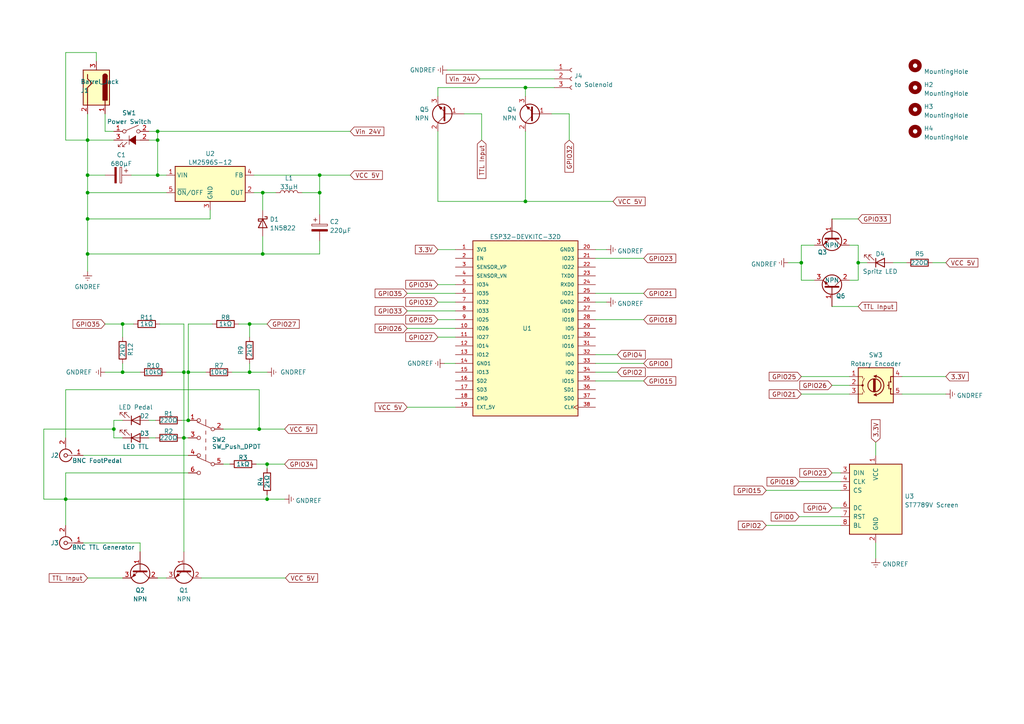
<source format=kicad_sch>
(kicad_sch (version 20250114) (generator "eeschema") (generator_version "9.0")
  (paper "A4")
  (lib_symbols
    (symbol "Connector:Barrel_Jack" (pin_names (offset 1.016))
      (property "Reference" "J1" (at 0.8347 -4.572 90))
      (property "Value" "Barrel_Jack" (at -1.7022 -4.572 90))
      (symbol "Barrel_Jack_0_1"
        (rectangle (start -5.08 3.81) (end 5.08 -3.81) (stroke (width 0.254)) (fill (type background)))
        (polyline (pts (xy -3.81 -2.54) (xy -2.54 -2.54) (xy -1.27 -1.27) (xy 0 -2.54) (xy 2.54 -2.54) (xy 5.08 -2.54)) (stroke (width 0.254)))
        (arc (start -3.302 1.905) (mid -3.9342 2.54) (end -3.302 3.175) (stroke (width 0.254)))
        (arc (start -3.302 1.905) (mid -3.9342 2.54) (end -3.302 3.175) (stroke (width 0.254)) (fill (type outline)))
        (rectangle (start 3.683 3.175) (end -3.302 1.905) (stroke (width 0.254)) (fill (type outline)))
        (polyline (pts (xy 5.08 2.54) (xy 3.81 2.54)) (stroke (width 0.254)))
      )
      (symbol "Barrel_Jack_1_1"
        (pin passive line (at -7.62 0 0) (length 2.54) (name "") (number "3"))
        (pin passive line (at 7.62 2.54 180) (length 2.54) (name "~") (number "1"))
        (pin passive line (at 7.62 -2.54 180) (length 2.54) (name "~") (number "2"))
      )
    )
    (symbol "Connector:Conn_01x03_Female" (pin_names (offset 1.016) (hide yes))
      (property "Reference" "J" (at 0 5.08 0))
      (property "Value" "Conn_01x03_Female" (at 0 -5.08 0))
      (symbol "Conn_01x03_Female_1_1"
        (polyline (pts (xy -1.27 2.54) (xy -0.508 2.54)) (stroke (width 0.1524)))
        (polyline (pts (xy -1.27 0) (xy -0.508 0)) (stroke (width 0.1524)))
        (polyline (pts (xy -1.27 -2.54) (xy -0.508 -2.54)) (stroke (width 0.1524)))
        (arc (start 0 2.032) (mid -0.5058 2.54) (end 0 3.048) (stroke (width 0.1524)))
        (arc (start 0 -0.508) (mid -0.5058 0) (end 0 0.508) (stroke (width 0.1524)))
        (arc (start 0 -3.048) (mid -0.5058 -2.54) (end 0 -2.032) (stroke (width 0.1524)))
        (pin passive line (at -5.08 2.54 0) (length 3.81) (name "Pin_1") (number "1"))
        (pin passive line (at -5.08 0 0) (length 3.81) (name "Pin_2") (number "2"))
        (pin passive line (at -5.08 -2.54 0) (length 3.81) (name "Pin_3") (number "3"))
      )
    )
    (symbol "Connector:Conn_Coaxial" (pin_names (offset 1.016) (hide yes))
      (property "Reference" "J" (at 0.254 3.048 0))
      (property "Value" "Conn_Coaxial" (at 2.921 0 90))
      (symbol "Conn_Coaxial_0_1"
        (polyline (pts (xy -2.54 0) (xy -0.508 0)))
        (arc (start 1.778 0) (mid 0.222 -1.8079) (end -1.778 -0.508) (stroke (width 0.254)))
        (arc (start -1.778 0.508) (mid 0.2221 1.8084) (end 1.778 0) (stroke (width 0.254)))
        (circle (center 0 0) (radius 0.508) (stroke (width 0.2032)))
        (polyline (pts (xy 0 -2.54) (xy 0 -1.778)))
      )
      (symbol "Conn_Coaxial_1_1"
        (pin passive line (at -5.08 0 0) (length 2.54) (name "In") (number "1"))
        (pin passive line (at 0 -5.08 90) (length 2.54) (name "Ext") (number "2"))
      )
    )
    (symbol "Device:C_Polarized" (pin_numbers (hide yes)) (pin_names (offset 0.254))
      (property "Reference" "C" (at 0.635 2.54 0))
      (property "Value" "C_Polarized" (at 0.635 -2.54 0))
      (symbol "C_Polarized_0_1"
        (rectangle (start -2.286 0.508) (end 2.286 1.016))
        (polyline (pts (xy -1.778 2.286) (xy -0.762 2.286)))
        (polyline (pts (xy -1.27 2.794) (xy -1.27 1.778)))
        (rectangle (start 2.286 -0.508) (end -2.286 -1.016) (fill (type outline)))
      )
      (symbol "C_Polarized_1_1"
        (pin passive line (at 0 3.81 270) (length 2.794) (name "~") (number "1"))
        (pin passive line (at 0 -3.81 90) (length 2.794) (name "~") (number "2"))
      )
    )
    (symbol "Device:L" (pin_numbers (hide yes)) (pin_names (offset 1.016) (hide yes))
      (property "Reference" "L" (at -1.27 0 90))
      (property "Value" "L" (at 1.905 0 90))
      (symbol "L_0_1"
        (arc (start 0 2.54) (mid 0.6323 1.905) (end 0 1.27))
        (arc (start 0 1.27) (mid 0.6323 0.635) (end 0 0))
        (arc (start 0 0) (mid 0.6323 -0.635) (end 0 -1.27))
        (arc (start 0 -1.27) (mid 0.6323 -1.905) (end 0 -2.54))
      )
      (symbol "L_1_1"
        (pin passive line (at 0 3.81 270) (length 1.27) (name "1") (number "1"))
        (pin passive line (at 0 -3.81 90) (length 1.27) (name "2") (number "2"))
      )
    )
    (symbol "Device:LED" (pin_numbers (hide yes)) (pin_names (offset 1.016) (hide yes))
      (property "Reference" "D" (at 0 2.54 0))
      (property "Value" "LED" (at 0 -2.54 0))
      (symbol "LED_0_1"
        (polyline (pts (xy -3.048 -0.762) (xy -4.572 -2.286) (xy -3.81 -2.286) (xy -4.572 -2.286) (xy -4.572 -1.524)))
        (polyline (pts (xy -1.778 -0.762) (xy -3.302 -2.286) (xy -2.54 -2.286) (xy -3.302 -2.286) (xy -3.302 -1.524)))
        (polyline (pts (xy -1.27 0) (xy 1.27 0)))
        (polyline (pts (xy -1.27 -1.27) (xy -1.27 1.27)) (stroke (width 0.254)))
        (polyline (pts (xy 1.27 -1.27) (xy 1.27 1.27) (xy -1.27 0) (xy 1.27 -1.27)) (stroke (width 0.254)))
      )
      (symbol "LED_1_1"
        (pin passive line (at -3.81 0 0) (length 2.54) (name "K") (number "1"))
        (pin passive line (at 3.81 0 180) (length 2.54) (name "A") (number "2"))
      )
    )
    (symbol "Device:Q_NPN_BCE" (pin_names (offset 0) (hide yes))
      (property "Reference" "Q" (at 5.08 1.27 0))
      (property "Value" "Q_NPN_BCE" (at 5.08 -1.27 0))
      (symbol "Q_NPN_BCE_0_1"
        (polyline (pts (xy 0.635 1.905) (xy 0.635 -1.905) (xy 0.635 -1.905)) (stroke (width 0.508)))
        (polyline (pts (xy 0.635 0.635) (xy 2.54 2.54)))
        (polyline (pts (xy 0.635 -0.635) (xy 2.54 -2.54) (xy 2.54 -2.54)))
        (circle (center 1.27 0) (radius 2.8194) (stroke (width 0.254)))
        (polyline (pts (xy 1.27 -1.778) (xy 1.778 -1.27) (xy 2.286 -2.286) (xy 1.27 -1.778) (xy 1.27 -1.778)) (fill (type outline)))
      )
      (symbol "Q_NPN_BCE_1_1"
        (pin input line (at -5.08 0 0) (length 5.715) (name "B") (number "1"))
        (pin passive line (at 2.54 5.08 270) (length 2.54) (name "C") (number "2"))
        (pin passive line (at 2.54 -5.08 90) (length 2.54) (name "E") (number "3"))
      )
    )
    (symbol "Device:R" (pin_numbers (hide yes)) (pin_names (offset 0))
      (property "Reference" "R" (at 2.032 0 90))
      (property "Value" "R" (at 0 0 90))
      (symbol "R_0_1"
        (rectangle (start -1.016 -2.54) (end 1.016 2.54) (stroke (width 0.254)))
      )
      (symbol "R_1_1"
        (pin passive line (at 0 3.81 270) (length 1.27) (name "~") (number "1"))
        (pin passive line (at 0 -3.81 90) (length 1.27) (name "~") (number "2"))
      )
    )
    (symbol "Device:RotaryEncoder_Switch" (pin_names (offset 0.254) (hide yes))
      (property "Reference" "SW3" (at 0 8.7798 0))
      (property "Value" "RotaryEncoder_Switch" (at 0 6.2429 0))
      (symbol "RotaryEncoder_Switch_0_1"
        (rectangle (start -5.08 5.08) (end 5.08 -5.08) (stroke (width 0.254)) (fill (type background)))
        (polyline (pts (xy -5.08 2.54) (xy -3.81 2.54) (xy -3.81 2.032)))
        (polyline (pts (xy -5.08 0) (xy -3.81 0) (xy -3.81 -1.016) (xy -3.302 -2.032)))
        (polyline (pts (xy -5.08 -2.54) (xy -3.81 -2.54) (xy -3.81 -2.032)))
        (polyline (pts (xy -4.318 0) (xy -3.81 0) (xy -3.81 1.016) (xy -3.302 2.032)))
        (circle (center -3.81 0) (radius 0.254) (fill (type outline)))
        (polyline (pts (xy -0.635 -1.778) (xy -0.635 1.778)) (stroke (width 0.254)))
        (arc (start -0.381 2.667) (mid 2.3368 -0.0635) (end -0.381 -2.794) (stroke (width 0.254)))
        (circle (center -0.381 0) (radius 1.905) (stroke (width 0.254)))
        (polyline (pts (xy -0.381 -1.778) (xy -0.381 1.778)) (stroke (width 0.254)))
        (polyline (pts (xy -0.127 1.778) (xy -0.127 -1.778)) (stroke (width 0.254)))
        (polyline (pts (xy 0.254 2.921) (xy -0.508 2.667) (xy 0.127 2.286)) (stroke (width 0.254)))
        (polyline (pts (xy 0.254 -3.048) (xy -0.508 -2.794) (xy 0.127 -2.413)) (stroke (width 0.254)))
        (polyline (pts (xy 3.81 1.016) (xy 3.81 -1.016)) (stroke (width 0.254)))
        (polyline (pts (xy 3.81 0) (xy 3.429 0)) (stroke (width 0.254)))
        (circle (center 4.318 1.016) (radius 0.127) (stroke (width 0.254)))
        (circle (center 4.318 -1.016) (radius 0.127) (stroke (width 0.254)))
        (polyline (pts (xy 5.08 2.54) (xy 4.318 2.54) (xy 4.318 1.016)) (stroke (width 0.254)))
        (polyline (pts (xy 5.08 -2.54) (xy 4.318 -2.54) (xy 4.318 -1.016)) (stroke (width 0.254)))
      )
      (symbol "RotaryEncoder_Switch_1_1"
        (pin passive line (at -7.62 2.54 0) (length 2.54) (name "A") (number "1"))
        (pin passive line (at -7.62 0 0) (length 2.54) (name "C") (number "2"))
        (pin passive line (at -7.62 -2.54 0) (length 2.54) (name "B") (number "3"))
        (pin passive line (at 7.62 2.54 180) (length 2.54) (name "S1") (number "4"))
        (pin passive line (at 7.62 -2.54 180) (length 2.54) (name "S2") (number "5"))
      )
    )
    (symbol "Diode:1N5821" (pin_numbers (hide yes)) (pin_names (offset 1.016) (hide yes))
      (property "Reference" "D" (at 0 2.54 0))
      (property "Value" "1N5821" (at 0 -2.54 0))
      (symbol "1N5821_0_1"
        (polyline (pts (xy -1.905 0.635) (xy -1.905 1.27) (xy -1.27 1.27) (xy -1.27 -1.27) (xy -0.635 -1.27) (xy -0.635 -0.635)) (stroke (width 0.254)))
        (polyline (pts (xy 1.27 1.27) (xy 1.27 -1.27) (xy -1.27 0) (xy 1.27 1.27)) (stroke (width 0.254)))
        (polyline (pts (xy 1.27 0) (xy -1.27 0)))
      )
      (symbol "1N5821_1_1"
        (pin passive line (at -3.81 0 0) (length 2.54) (name "K") (number "1"))
        (pin passive line (at 3.81 0 180) (length 2.54) (name "A") (number "2"))
      )
    )
    (symbol "Display_Graphic:ST7789V Controller" (pin_names (offset 1.016))
      (property "Reference" "U?" (at 2.0194 13.8598 0))
      (property "Value" "ST7789V Controller" (at 2.0194 11.3229 0))
      (symbol "ST7789V Controller_0_1"
        (rectangle (start -7.62 10.16) (end 7.62 -10.16) (stroke (width 0.254)) (fill (type background)))
      )
      (symbol "ST7789V Controller_1_1"
        (pin input line (at -10.16 7.62 0) (length 2.54) (name "DIN") (number "3"))
        (pin input line (at -10.16 5.08 0) (length 2.54) (name "CLK") (number "4"))
        (pin input line (at -10.16 2.54 0) (length 2.54) (name "CS") (number "5"))
        (pin input line (at -10.16 -2.54 0) (length 2.54) (name "DC") (number "6"))
        (pin input line (at -10.16 -5.08 0) (length 2.54) (name "RST") (number "7"))
        (pin input line (at -10.16 -7.62 0) (length 2.54) (name "BL") (number "8"))
        (pin power_in line (at 0 12.7 270) (length 2.54) (name "VCC") (number "1"))
        (pin power_in line (at 0 -12.7 90) (length 2.54) (name "GND") (number "2"))
      )
    )
    (symbol "ESP32-DEVKITC-32D:ESP32-DEVKITC-32D" (pin_names (offset 1.016))
      (property "Reference" "U" (at -15.2654 26.0604 0))
      (property "Value" "ESP32-DEVKITC-32D" (at -15.2654 -27.9654 0))
      (symbol "ESP32-DEVKITC-32D_0_0"
        (rectangle (start -15.24 -25.4) (end 15.24 25.4) (stroke (width 0.254)) (fill (type background)))
        (pin power_in line (at -20.32 22.86 0) (length 5.08) (name "3V3") (number "1"))
        (pin input line (at -20.32 20.32 0) (length 5.08) (name "EN") (number "2"))
        (pin input line (at -20.32 17.78 0) (length 5.08) (name "SENSOR_VP") (number "3"))
        (pin input line (at -20.32 15.24 0) (length 5.08) (name "SENSOR_VN") (number "4"))
        (pin bidirectional line (at -20.32 12.7 0) (length 5.08) (name "IO34") (number "5"))
        (pin bidirectional line (at -20.32 10.16 0) (length 5.08) (name "IO35") (number "6"))
        (pin bidirectional line (at -20.32 7.62 0) (length 5.08) (name "IO32") (number "7"))
        (pin bidirectional line (at -20.32 5.08 0) (length 5.08) (name "IO33") (number "8"))
        (pin bidirectional line (at -20.32 2.54 0) (length 5.08) (name "IO25") (number "9"))
        (pin bidirectional line (at -20.32 0 0) (length 5.08) (name "IO26") (number "10"))
        (pin bidirectional line (at -20.32 -2.54 0) (length 5.08) (name "IO27") (number "11"))
        (pin bidirectional line (at -20.32 -5.08 0) (length 5.08) (name "IO14") (number "12"))
        (pin bidirectional line (at -20.32 -7.62 0) (length 5.08) (name "IO12") (number "13"))
        (pin power_in line (at -20.32 -10.16 0) (length 5.08) (name "GND1") (number "14"))
        (pin bidirectional line (at -20.32 -12.7 0) (length 5.08) (name "IO13") (number "15"))
        (pin bidirectional line (at -20.32 -15.24 0) (length 5.08) (name "SD2") (number "16"))
        (pin bidirectional line (at -20.32 -17.78 0) (length 5.08) (name "SD3") (number "17"))
        (pin bidirectional line (at -20.32 -20.32 0) (length 5.08) (name "CMD") (number "18"))
        (pin power_in line (at -20.32 -22.86 0) (length 5.08) (name "EXT_5V") (number "19"))
        (pin power_in line (at 20.32 22.86 180) (length 5.08) (name "GND3") (number "20"))
        (pin bidirectional line (at 20.32 20.32 180) (length 5.08) (name "IO23") (number "21"))
        (pin bidirectional line (at 20.32 17.78 180) (length 5.08) (name "IO22") (number "22"))
        (pin output line (at 20.32 15.24 180) (length 5.08) (name "TXD0") (number "23"))
        (pin input line (at 20.32 12.7 180) (length 5.08) (name "RXD0") (number "24"))
        (pin bidirectional line (at 20.32 10.16 180) (length 5.08) (name "IO21") (number "25"))
        (pin power_in line (at 20.32 7.62 180) (length 5.08) (name "GND2") (number "26"))
        (pin bidirectional line (at 20.32 5.08 180) (length 5.08) (name "IO19") (number "27"))
        (pin bidirectional line (at 20.32 2.54 180) (length 5.08) (name "IO18") (number "28"))
        (pin bidirectional line (at 20.32 0 180) (length 5.08) (name "IO5") (number "29"))
        (pin bidirectional line (at 20.32 -2.54 180) (length 5.08) (name "IO17") (number "30"))
        (pin bidirectional line (at 20.32 -5.08 180) (length 5.08) (name "IO16") (number "31"))
        (pin bidirectional line (at 20.32 -7.62 180) (length 5.08) (name "IO4") (number "32"))
        (pin bidirectional line (at 20.32 -10.16 180) (length 5.08) (name "IO0") (number "33"))
        (pin bidirectional line (at 20.32 -12.7 180) (length 5.08) (name "IO2") (number "34"))
        (pin bidirectional line (at 20.32 -15.24 180) (length 5.08) (name "IO15") (number "35"))
        (pin bidirectional line (at 20.32 -17.78 180) (length 5.08) (name "SD1") (number "36"))
        (pin bidirectional line (at 20.32 -20.32 180) (length 5.08) (name "SD0") (number "37"))
        (pin input clock (at 20.32 -22.86 180) (length 5.08) (name "CLK") (number "38"))
      )
    )
    (symbol "Mechanical:MountingHole" (pin_names (offset 1.016))
      (property "Reference" "H" (at 0 5.08 0))
      (property "Value" "MountingHole" (at 0 3.175 0))
      (symbol "MountingHole_0_1"
        (circle (center 0 0) (radius 1.27) (stroke (width 1.27)))
      )
    )
    (symbol "Regulator_Switching:LM2596S-12"
      (property "Reference" "U" (at -10.16 6.35 0))
      (property "Value" "LM2596S-12" (at 0 6.35 0))
      (symbol "LM2596S-12_0_1"
        (rectangle (start -10.16 5.08) (end 10.16 -5.08) (stroke (width 0.254)) (fill (type background)))
      )
      (symbol "LM2596S-12_1_1"
        (pin power_in line (at -12.7 2.54 0) (length 2.54) (name "VIN") (number "1"))
        (pin input line (at -12.7 -2.54 0) (length 2.54) (name "~{ON}/OFF") (number "5"))
        (pin power_in line (at 0 -7.62 90) (length 2.54) (name "GND") (number "3"))
        (pin input line (at 12.7 2.54 180) (length 2.54) (name "FB") (number "4"))
        (pin output line (at 12.7 -2.54 180) (length 2.54) (name "OUT") (number "2"))
      )
    )
    (symbol "Switch:SW_Push_DPDT" (pin_names (offset 0) (hide yes))
      (property "Reference" "SW" (at 0 8.89 0))
      (property "Value" "SW_Push_DPDT" (at 0 -10.16 0))
      (symbol "SW_Push_DPDT_0_0"
        (circle (center -2.032 5.08) (radius 0.508))
        (circle (center -2.032 -5.08) (radius 0.508))
        (circle (center 2.032 2.54) (radius 0.508))
        (circle (center 2.032 -7.62) (radius 0.508))
      )
      (symbol "SW_Push_DPDT_0_1"
        (polyline (pts (xy -1.524 5.334) (xy 2.54 7.112)))
        (polyline (pts (xy -1.524 -4.826) (xy 2.54 -3.048)))
        (polyline (pts (xy 0 7.874) (xy 0 6.096)))
        (polyline (pts (xy 0 3.556) (xy 0 4.572)))
        (polyline (pts (xy 0 1.27) (xy 0 2.286)))
        (polyline (pts (xy 0 -1.016) (xy 0 0)))
        (polyline (pts (xy 0 -2.286) (xy 0 -4.064)))
        (circle (center 2.032 7.62) (radius 0.508))
        (circle (center 2.032 -2.54) (radius 0.508))
      )
      (symbol "SW_Push_DPDT_1_1"
        (pin passive line (at -5.08 5.08 0) (length 2.54) (name "B") (number "2"))
        (pin passive line (at -5.08 -5.08 0) (length 2.54) (name "B") (number "5"))
        (pin passive line (at 5.08 7.62 180) (length 2.54) (name "A") (number "1"))
        (pin passive line (at 5.08 2.54 180) (length 2.54) (name "C") (number "3"))
        (pin passive line (at 5.08 -2.54 180) (length 2.54) (name "A") (number "4"))
        (pin passive line (at 5.08 -7.62 180) (length 2.54) (name "C") (number "6"))
      )
    )
    (symbol "Switch:SW_SPST_LED" (pin_names (offset 1.016) (hide yes))
      (property "Reference" "SW1" (at -0.635 7.8908 0))
      (property "Value" "SW_SPST_LED" (at -0.635 5.3539 0))
      (symbol "SW_SPST_LED_0_0"
        (polyline (pts (xy -3.81 -1.27) (xy -3.81 -1.905) (xy -3.175 -1.905)))
        (polyline (pts (xy -3.81 -1.905) (xy -2.54 -0.635)))
        (polyline (pts (xy -2.54 0) (xy 2.54 0)))
        (polyline (pts (xy -2.54 -1.27) (xy -2.54 -1.905) (xy -1.905 -1.905)))
        (polyline (pts (xy -2.54 -1.905) (xy -1.27 -0.635)))
        (polyline (pts (xy -0.635 1.27) (xy -0.635 -1.27)))
        (polyline (pts (xy -0.635 0) (xy 1.27 1.27) (xy 1.27 -1.27) (xy -0.635 0)) (fill (type outline)))
      )
      (symbol "SW_SPST_LED_0_1"
        (circle (center -2.032 2.54) (radius 0.508))
        (polyline (pts (xy -1.524 2.794) (xy 2.032 4.318)))
        (circle (center 2.032 2.54) (radius 0.508))
        (pin passive line (at -5.08 2.54 0) (length 2.54) (name "1") (number "1"))
        (pin passive line (at -5.08 0 0) (length 2.54) (name "K") (number "3"))
        (pin passive line (at 5.08 2.54 180) (length 2.54) (name "2") (number "2"))
        (pin passive line (at 5.08 0 180) (length 2.54) (name "A") (number "2"))
      )
    )
    (symbol "power:GNDREF" (power) (pin_names (offset 0))
      (property "Value" "GNDREF" (at 0 -3.81 0))
      (symbol "GNDREF_0_1"
        (polyline (pts (xy -0.635 -1.905) (xy 0.635 -1.905)))
        (polyline (pts (xy -0.127 -2.54) (xy 0.127 -2.54)))
        (polyline (pts (xy 0 -1.27) (xy 0 0)))
        (polyline (pts (xy 1.27 -1.27) (xy -1.27 -1.27)))
      )
      (symbol "GNDREF_1_1"
        (pin power_in line (at 0 0 270) (length 0) (hide yes) (name "GNDREF") (number "1"))
      )
    )
  )
  (junction (at 25.4 73.66))
  (junction (at 152.4 58.42))
  (junction (at 248.92 76.2))
  (junction (at 77.47 144.78))
  (junction (at 54.61 107.95))
  (junction (at 45.72 38.1))
  (junction (at 152.4 25.4))
  (junction (at 92.71 50.8))
  (junction (at 76.2 55.88))
  (junction (at 72.39 107.95))
  (junction (at 25.4 40.64))
  (junction (at 76.2 73.66))
  (junction (at 25.4 55.88))
  (junction (at 25.4 50.8))
  (junction (at 72.39 93.98))
  (junction (at 35.56 107.95))
  (junction (at 45.72 40.64))
  (junction (at 25.4 63.5))
  (junction (at 19.05 144.78))
  (junction (at 53.34 127))
  (junction (at 232.41 76.2))
  (junction (at 75.184 124.46))
  (junction (at 54.61 121.92))
  (junction (at 35.56 93.98))
  (junction (at 77.47 134.62))
  (junction (at 53.34 107.95))
  (junction (at 45.72 50.8))
  (junction (at 33.02 124.46))
  (junction (at 92.71 55.88))
  (wire (pts (xy 92.71 55.88) (xy 92.71 62.23)))
  (wire (pts (xy 127 27.94) (xy 127 25.4)))
  (wire (pts (xy 72.39 93.98) (xy 77.47 93.98)))
  (wire (pts (xy 127 82.55) (xy 132.08 82.55)))
  (wire (pts (xy 35.56 107.95) (xy 30.48 107.95)))
  (wire (pts (xy 127 25.4) (xy 152.4 25.4)))
  (wire (pts (xy 172.72 105.41) (xy 186.69 105.41)))
  (wire (pts (xy 54.61 93.98) (xy 61.595 93.98)))
  (wire (pts (xy 261.62 114.3) (xy 274.32 114.3)))
  (wire (pts (xy 38.735 93.98) (xy 35.56 93.98)))
  (wire (pts (xy 19.05 144.78) (xy 19.05 152.4)))
  (wire (pts (xy 270.51 76.2) (xy 274.32 76.2)))
  (wire (pts (xy 127 38.1) (xy 127 58.42)))
  (wire (pts (xy 152.4 25.4) (xy 152.4 27.94)))
  (wire (pts (xy 127 87.63) (xy 132.08 87.63)))
  (wire (pts (xy 241.3 147.32) (xy 243.84 147.32)))
  (wire (pts (xy 241.3 63.5) (xy 248.92 63.5)))
  (wire (pts (xy 19.05 40.64) (xy 25.4 40.64)))
  (wire (pts (xy 67.31 107.95) (xy 72.39 107.95)))
  (wire (pts (xy 12.7 124.46) (xy 12.7 144.78)))
  (wire (pts (xy 172.72 72.39) (xy 175.895 72.39)))
  (wire (pts (xy 30.48 38.1) (xy 33.02 38.1)))
  (wire (pts (xy 35.56 93.98) (xy 35.56 97.79)))
  (wire (pts (xy 35.56 93.98) (xy 30.48 93.98)))
  (wire (pts (xy 241.3 137.16) (xy 243.84 137.16)))
  (wire (pts (xy 24.13 132.08) (xy 54.61 132.08)))
  (wire (pts (xy 75.184 124.46) (xy 82.55 124.46)))
  (wire (pts (xy 43.18 40.64) (xy 45.72 40.64)))
  (wire (pts (xy 77.47 134.62) (xy 82.55 134.62)))
  (wire (pts (xy 92.71 50.8) (xy 92.71 55.88)))
  (wire (pts (xy 72.39 107.95) (xy 77.47 107.95)))
  (wire (pts (xy 19.05 15.24) (xy 19.05 40.64)))
  (wire (pts (xy 261.62 109.22) (xy 274.32 109.22)))
  (wire (pts (xy 45.72 38.1) (xy 45.72 40.64)))
  (wire (pts (xy 60.96 60.96) (xy 60.96 63.5)))
  (wire (pts (xy 232.41 81.28) (xy 232.41 76.2)))
  (wire (pts (xy 236.22 81.28) (xy 232.41 81.28)))
  (wire (pts (xy 127 58.42) (xy 152.4 58.42)))
  (wire (pts (xy 77.47 143.51) (xy 77.47 144.78)))
  (wire (pts (xy 35.56 127) (xy 33.02 127)))
  (wire (pts (xy 246.38 81.28) (xy 248.92 81.28)))
  (wire (pts (xy 38.1 50.8) (xy 45.72 50.8)))
  (wire (pts (xy 127 72.39) (xy 132.08 72.39)))
  (wire (pts (xy 19.05 144.78) (xy 19.05 137.16)))
  (wire (pts (xy 19.05 137.16) (xy 54.61 137.16)))
  (wire (pts (xy 69.215 93.98) (xy 72.39 93.98)))
  (wire (pts (xy 152.4 25.4) (xy 160.782 25.4)))
  (wire (pts (xy 231.775 139.7) (xy 243.84 139.7)))
  (wire (pts (xy 165.1 33.02) (xy 165.1 40.64)))
  (wire (pts (xy 246.38 71.12) (xy 248.92 71.12)))
  (wire (pts (xy 92.71 55.88) (xy 87.63 55.88)))
  (wire (pts (xy 118.11 118.11) (xy 132.08 118.11)))
  (wire (pts (xy 53.34 127) (xy 54.61 127)))
  (wire (pts (xy 54.61 93.98) (xy 54.61 107.95)))
  (wire (pts (xy 25.4 50.8) (xy 25.4 55.88)))
  (wire (pts (xy 45.72 38.1) (xy 101.6 38.1)))
  (wire (pts (xy 52.705 127) (xy 53.34 127)))
  (wire (pts (xy 232.41 114.3) (xy 246.38 114.3)))
  (wire (pts (xy 152.4 58.42) (xy 177.8 58.42)))
  (wire (pts (xy 241.3 88.9) (xy 248.92 88.9)))
  (wire (pts (xy 92.71 50.8) (xy 101.6 50.8)))
  (wire (pts (xy 25.4 40.64) (xy 25.4 50.8)))
  (wire (pts (xy 25.4 167.64) (xy 35.56 167.64)))
  (wire (pts (xy 48.26 107.95) (xy 53.34 107.95)))
  (wire (pts (xy 24.13 157.48) (xy 40.64 157.48)))
  (wire (pts (xy 172.72 87.63) (xy 175.895 87.63)))
  (wire (pts (xy 58.42 167.64) (xy 82.804 167.64)))
  (wire (pts (xy 160.02 33.02) (xy 165.1 33.02)))
  (wire (pts (xy 43.18 121.92) (xy 45.085 121.92)))
  (wire (pts (xy 76.2 68.58) (xy 76.2 73.66)))
  (wire (pts (xy 27.94 15.24) (xy 19.05 15.24)))
  (wire (pts (xy 231.775 149.86) (xy 243.84 149.86)))
  (wire (pts (xy 53.34 127) (xy 53.34 160.02)))
  (wire (pts (xy 118.11 90.17) (xy 132.08 90.17)))
  (wire (pts (xy 45.72 167.64) (xy 48.26 167.64)))
  (wire (pts (xy 59.69 107.95) (xy 54.61 107.95)))
  (wire (pts (xy 134.62 33.02) (xy 139.7 33.02)))
  (wire (pts (xy 53.34 93.98) (xy 53.34 107.95)))
  (wire (pts (xy 74.295 134.62) (xy 77.47 134.62)))
  (wire (pts (xy 172.72 107.95) (xy 179.07 107.95)))
  (wire (pts (xy 12.7 124.46) (xy 33.02 124.46)))
  (wire (pts (xy 12.7 144.78) (xy 19.05 144.78)))
  (wire (pts (xy 25.4 73.66) (xy 25.4 78.74)))
  (wire (pts (xy 40.64 157.48) (xy 40.64 160.02)))
  (wire (pts (xy 19.05 144.78) (xy 77.47 144.78)))
  (wire (pts (xy 73.66 50.8) (xy 92.71 50.8)))
  (wire (pts (xy 25.4 40.64) (xy 33.02 40.64)))
  (wire (pts (xy 76.2 55.88) (xy 76.2 60.96)))
  (wire (pts (xy 43.18 127) (xy 45.085 127)))
  (wire (pts (xy 232.41 71.12) (xy 236.22 71.12)))
  (wire (pts (xy 33.02 124.46) (xy 33.02 121.92)))
  (wire (pts (xy 128.905 105.41) (xy 132.08 105.41)))
  (wire (pts (xy 43.18 38.1) (xy 45.72 38.1)))
  (wire (pts (xy 232.41 76.2) (xy 232.41 71.12)))
  (wire (pts (xy 64.77 124.46) (xy 75.184 124.46)))
  (wire (pts (xy 248.92 76.2) (xy 251.46 76.2)))
  (wire (pts (xy 33.02 121.92) (xy 35.56 121.92)))
  (wire (pts (xy 53.34 127) (xy 53.34 107.95)))
  (wire (pts (xy 222.25 152.4) (xy 243.84 152.4)))
  (wire (pts (xy 172.72 102.87) (xy 179.07 102.87)))
  (wire (pts (xy 25.4 73.66) (xy 76.2 73.66)))
  (wire (pts (xy 73.66 55.88) (xy 76.2 55.88)))
  (wire (pts (xy 228.6 76.2) (xy 232.41 76.2)))
  (wire (pts (xy 30.48 33.02) (xy 30.48 38.1)))
  (wire (pts (xy 139.192 22.86) (xy 160.782 22.86)))
  (wire (pts (xy 25.4 73.66) (xy 25.4 63.5)))
  (wire (pts (xy 72.39 105.41) (xy 72.39 107.95)))
  (wire (pts (xy 92.71 73.66) (xy 76.2 73.66)))
  (wire (pts (xy 77.47 134.62) (xy 77.47 135.89)))
  (wire (pts (xy 40.64 107.95) (xy 35.56 107.95)))
  (wire (pts (xy 54.61 107.95) (xy 54.61 121.92)))
  (wire (pts (xy 46.355 93.98) (xy 53.34 93.98)))
  (wire (pts (xy 76.2 55.88) (xy 80.01 55.88)))
  (wire (pts (xy 232.41 109.22) (xy 246.38 109.22)))
  (wire (pts (xy 19.05 113.03) (xy 75.184 113.03)))
  (wire (pts (xy 172.72 92.71) (xy 186.69 92.71)))
  (wire (pts (xy 118.11 85.09) (xy 132.08 85.09)))
  (wire (pts (xy 75.184 113.03) (xy 75.184 124.46)))
  (wire (pts (xy 27.94 17.78) (xy 27.94 15.24)))
  (wire (pts (xy 45.72 50.8) (xy 48.26 50.8)))
  (wire (pts (xy 77.47 144.78) (xy 82.55 144.78)))
  (wire (pts (xy 25.4 55.88) (xy 48.26 55.88)))
  (wire (pts (xy 248.92 76.2) (xy 248.92 71.12)))
  (wire (pts (xy 248.92 81.28) (xy 248.92 76.2)))
  (wire (pts (xy 127 92.71) (xy 132.08 92.71)))
  (wire (pts (xy 241.3 111.76) (xy 246.38 111.76)))
  (wire (pts (xy 254 157.48) (xy 254 161.925)))
  (wire (pts (xy 129.667 20.32) (xy 160.782 20.32)))
  (wire (pts (xy 25.4 55.88) (xy 25.4 63.5)))
  (wire (pts (xy 72.39 93.98) (xy 72.39 97.79)))
  (wire (pts (xy 52.705 121.92) (xy 54.61 121.92)))
  (wire (pts (xy 25.4 63.5) (xy 60.96 63.5)))
  (wire (pts (xy 35.56 105.41) (xy 35.56 107.95)))
  (wire (pts (xy 172.72 85.09) (xy 186.69 85.09)))
  (wire (pts (xy 25.4 33.02) (xy 25.4 40.64)))
  (wire (pts (xy 152.4 38.1) (xy 152.4 58.42)))
  (wire (pts (xy 222.25 142.24) (xy 243.84 142.24)))
  (wire (pts (xy 64.77 134.62) (xy 66.675 134.62)))
  (wire (pts (xy 33.02 127) (xy 33.02 124.46)))
  (wire (pts (xy 259.08 76.2) (xy 262.89 76.2)))
  (wire (pts (xy 172.72 110.49) (xy 186.69 110.49)))
  (wire (pts (xy 139.7 33.02) (xy 139.7 40.64)))
  (wire (pts (xy 25.4 50.8) (xy 30.48 50.8)))
  (wire (pts (xy 118.11 95.25) (xy 132.08 95.25)))
  (wire (pts (xy 19.05 127) (xy 19.05 113.03)))
  (wire (pts (xy 172.72 74.93) (xy 186.69 74.93)))
  (wire (pts (xy 92.71 69.85) (xy 92.71 73.66)))
  (wire (pts (xy 127 97.79) (xy 132.08 97.79)))
  (wire (pts (xy 45.72 40.64) (xy 45.72 50.8)))
  (wire (pts (xy 254 128.27) (xy 254 132.08)))
  (global_label "GPIO34" (shape input) (at 82.55 134.62 0) (property "Intersheetrefs" "${INTERSHEET_REFS}" (effects (hide yes))))
  (global_label "Vin 24V" (shape input) (at 139.192 22.86 180) (property "Intersheetrefs" "${INTERSHEET_REFS}" (effects (hide yes))))
  (global_label "GPIO33" (shape input) (at 248.92 63.5 0) (property "Intersheetrefs" "${INTERSHEET_REFS}" (effects (hide yes))))
  (global_label "GPIO21" (shape input) (at 232.41 114.3 180) (property "Intersheetrefs" "${INTERSHEET_REFS}" (effects (hide yes))))
  (global_label "GPIO2" (shape input) (at 179.07 107.95 0) (property "Intersheetrefs" "${INTERSHEET_REFS}" (effects (hide yes))))
  (global_label "GPIO27" (shape input) (at 127 97.79 180) (property "Intersheetrefs" "${INTERSHEET_REFS}" (effects (hide yes))))
  (global_label "GPIO25" (shape input) (at 127 92.71 180) (property "Intersheetrefs" "${INTERSHEET_REFS}" (effects (hide yes))))
  (global_label "Vin 24V" (shape input) (at 101.6 38.1 0) (property "Intersheetrefs" "${INTERSHEET_REFS}" (effects (hide yes))))
  (global_label "VCC 5V" (shape input) (at 177.8 58.42 0) (property "Intersheetrefs" "${INTERSHEET_REFS}" (effects (hide yes))))
  (global_label "GPIO33" (shape input) (at 118.11 90.17 180) (property "Intersheetrefs" "${INTERSHEET_REFS}" (effects (hide yes))))
  (global_label "GPIO0" (shape input) (at 186.69 105.41 0) (property "Intersheetrefs" "${INTERSHEET_REFS}" (effects (hide yes))))
  (global_label "GPIO27" (shape input) (at 77.47 93.98 0) (property "Intersheetrefs" "${INTERSHEET_REFS}" (effects (hide yes))))
  (global_label "VCC 5V" (shape input) (at 82.55 124.46 0) (property "Intersheetrefs" "${INTERSHEET_REFS}" (effects (hide yes))))
  (global_label "VCC 5V" (shape input) (at 101.6 50.8 0) (property "Intersheetrefs" "${INTERSHEET_REFS}" (effects (hide yes))))
  (global_label "GPIO2" (shape input) (at 222.25 152.4 180) (property "Intersheetrefs" "${INTERSHEET_REFS}" (effects (hide yes))))
  (global_label "TTL Input" (shape input) (at 248.92 88.9 0) (property "Intersheetrefs" "${INTERSHEET_REFS}" (effects (hide yes))))
  (global_label "GPIO32" (shape input) (at 127 87.63 180) (property "Intersheetrefs" "${INTERSHEET_REFS}" (effects (hide yes))))
  (global_label "GPIO26" (shape input) (at 241.3 111.76 180) (property "Intersheetrefs" "${INTERSHEET_REFS}" (effects (hide yes))))
  (global_label "GPIO35" (shape input) (at 118.11 85.09 180) (property "Intersheetrefs" "${INTERSHEET_REFS}" (effects (hide yes))))
  (global_label "GPIO23" (shape input) (at 186.69 74.93 0) (property "Intersheetrefs" "${INTERSHEET_REFS}" (effects (hide yes))))
  (global_label "GPIO26" (shape input) (at 118.11 95.25 180) (property "Intersheetrefs" "${INTERSHEET_REFS}" (effects (hide yes))))
  (global_label "3.3V" (shape input) (at 127 72.39 180) (property "Intersheetrefs" "${INTERSHEET_REFS}" (effects (hide yes))))
  (global_label "VCC 5V" (shape input) (at 82.804 167.64 0) (property "Intersheetrefs" "${INTERSHEET_REFS}" (effects (hide yes))))
  (global_label "GPIO4" (shape input) (at 179.07 102.87 0) (property "Intersheetrefs" "${INTERSHEET_REFS}" (effects (hide yes))))
  (global_label "TTL Input" (shape input) (at 25.4 167.64 180) (property "Intersheetrefs" "${INTERSHEET_REFS}" (effects (hide yes))))
  (global_label "GPIO23" (shape input) (at 241.3 137.16 180) (property "Intersheetrefs" "${INTERSHEET_REFS}" (effects (hide yes))))
  (global_label "3.3V" (shape input) (at 254 128.27 90) (property "Intersheetrefs" "${INTERSHEET_REFS}" (effects (hide yes))))
  (global_label "VCC 5V" (shape input) (at 118.11 118.11 180) (property "Intersheetrefs" "${INTERSHEET_REFS}" (effects (hide yes))))
  (global_label "3.3V" (shape input) (at 274.32 109.22 0) (property "Intersheetrefs" "${INTERSHEET_REFS}" (effects (hide yes))))
  (global_label "GPIO4" (shape input) (at 241.3 147.32 180) (property "Intersheetrefs" "${INTERSHEET_REFS}" (effects (hide yes))))
  (global_label "VCC 5V" (shape input) (at 274.32 76.2 0) (property "Intersheetrefs" "${INTERSHEET_REFS}" (effects (hide yes))))
  (global_label "GPIO35" (shape input) (at 30.48 93.98 180) (property "Intersheetrefs" "${INTERSHEET_REFS}" (effects (hide yes))))
  (global_label "GPIO18" (shape input) (at 186.69 92.71 0) (property "Intersheetrefs" "${INTERSHEET_REFS}" (effects (hide yes))))
  (global_label "GPIO18" (shape input) (at 231.775 139.7 180) (property "Intersheetrefs" "${INTERSHEET_REFS}" (effects (hide yes))))
  (global_label "GPIO34" (shape input) (at 127 82.55 180) (property "Intersheetrefs" "${INTERSHEET_REFS}" (effects (hide yes))))
  (global_label "GPIO15" (shape input) (at 222.25 142.24 180) (property "Intersheetrefs" "${INTERSHEET_REFS}" (effects (hide yes))))
  (global_label "TTL Input" (shape input) (at 139.7 40.64 270) (property "Intersheetrefs" "${INTERSHEET_REFS}" (effects (hide yes))))
  (global_label "GPIO25" (shape input) (at 232.41 109.22 180) (property "Intersheetrefs" "${INTERSHEET_REFS}" (effects (hide yes))))
  (global_label "GPIO15" (shape input) (at 186.69 110.49 0) (property "Intersheetrefs" "${INTERSHEET_REFS}" (effects (hide yes))))
  (global_label "GPIO32" (shape input) (at 165.1 40.64 270) (property "Intersheetrefs" "${INTERSHEET_REFS}" (effects (hide yes))))
  (global_label "GPIO0" (shape input) (at 231.775 149.86 180) (property "Intersheetrefs" "${INTERSHEET_REFS}" (effects (hide yes))))
  (global_label "GPIO21" (shape input) (at 186.69 85.09 0) (property "Intersheetrefs" "${INTERSHEET_REFS}" (effects (hide yes))))
  (symbol (lib_id "Device:L") (at 83.82 55.88 90) (unit 1)
    (property "Reference" "L1" (at 83.82 51.6722 90))
    (property "Value" "33μH" (at 83.82 54.2091 90))
    (property "Footprint" "Inductor_THT:L_Radial_D6.0mm_P4.00mm" (effects (hide yes)))
  )
  (symbol (lib_id "Mechanical:MountingHole") (at 265.43 19.05 0) (unit 1)
    (property "Reference" "H1" (effects (hide yes)))
    (property "Value" "MountingHole" (at 267.97 20.7522 0) (effects (justify left)))
    (property "Footprint" "MountingHole:MountingHole_3mm" (effects (hide yes)))
  )
  (symbol (lib_id "power:GNDREF") (at 175.895 72.39 90) (unit 1)
    (property "Reference" "#PWR0104" (effects (hide yes)))
    (property "Value" "GNDREF" (at 179.07 72.8238 90) (effects (justify right)))
  )
  (symbol (lib_id "power:GNDREF") (at 25.4 78.74 0) (unit 1)
    (property "Reference" "#PWR0101" (effects (hide yes)))
    (property "Value" "GNDREF" (at 25.4 83.1834 0))
  )
  (symbol (lib_id "Device:R") (at 266.7 76.2 90) (mirror x) (unit 1)
    (property "Reference" "R5" (at 266.7 73.66 90))
    (property "Value" "220Ω" (at 266.7 76.2 90))
    (property "Footprint" "Resistor_THT:R_Axial_DIN0309_L9.0mm_D3.2mm_P15.24mm_Horizontal" (effects (hide yes)))
  )
  (symbol (lib_id "Display_Graphic:ST7789V Controller") (at 254 144.78 0) (unit 1)
    (property "Reference" "U3" (at 262.382 143.9453 0) (effects (justify left)))
    (property "Value" "ST7789V Screen" (at 262.382 146.4822 0) (effects (justify left)))
    (property "Footprint" "Connector_JST:JST_XH_B8B-XH-A_1x08_P2.50mm_Vertical" (effects (hide yes)))
  )
  (symbol (lib_id "Device:R") (at 72.39 101.6 180) (unit 1)
    (property "Reference" "R9" (at 69.85 101.6 90))
    (property "Value" "2kΩ" (at 72.39 101.6 90))
    (property "Footprint" "Resistor_THT:R_Axial_DIN0309_L9.0mm_D3.2mm_P15.24mm_Horizontal" (effects (hide yes)))
  )
  (symbol (lib_id "power:GNDREF") (at 77.47 107.95 90) (mirror x) (unit 1)
    (property "Reference" "#PWR0110" (effects (hide yes)))
    (property "Value" "GNDREF" (at 81.28 107.9499 90) (effects (justify right)))
  )
  (symbol (lib_id "Device:Q_NPN_BCE") (at 154.94 33.02 180) (unit 1)
    (property "Reference" "Q4" (at 149.86 31.7499 0) (effects (justify left)))
    (property "Value" "NPN" (at 149.86 34.2899 0) (effects (justify left)))
    (property "Footprint" "Package_TO_SOT_THT:TO-92L_Inline_Wide" (effects (hide yes)))
  )
  (symbol (lib_id "Device:LED") (at 39.37 127 0) (mirror x) (unit 1)
    (property "Reference" "D3" (at 41.91 125.73 0))
    (property "Value" "LED TTL" (at 39.37 129.54 0))
    (property "Footprint" "LED_THT:LED_D3.0mm" (effects (hide yes)))
  )
  (symbol (lib_id "Mechanical:MountingHole") (at 265.43 25.4 0) (unit 1)
    (property "Reference" "H2" (at 267.97 24.5653 0) (effects (justify left)))
    (property "Value" "MountingHole" (at 267.97 27.1022 0) (effects (justify left)))
    (property "Footprint" "MountingHole:MountingHole_3mm" (effects (hide yes)))
  )
  (symbol (lib_id "Device:Q_NPN_BCE") (at 40.64 165.1 270) (unit 1)
    (property "Reference" "Q2" (at 40.64 171.2198 90))
    (property "Value" "NPN" (at 40.64 173.7567 90))
    (property "Footprint" "Package_TO_SOT_THT:TO-92L_Inline_Wide" (effects (hide yes)))
  )
  (symbol (lib_id "Device:R") (at 65.405 93.98 90) (unit 1)
    (property "Reference" "R8" (at 65.405 92.075 90))
    (property "Value" "1kΩ" (at 65.405 93.98 90))
    (property "Footprint" "Resistor_THT:R_Axial_DIN0309_L9.0mm_D3.2mm_P15.24mm_Horizontal" (effects (hide yes)))
  )
  (symbol (lib_id "Device:R") (at 77.47 139.7 180) (unit 1)
    (property "Reference" "R4" (at 75.565 139.7 90))
    (property "Value" "2kΩ" (at 77.47 139.7 90))
    (property "Footprint" "Resistor_THT:R_Axial_DIN0309_L9.0mm_D3.2mm_P15.24mm_Horizontal" (effects (hide yes)))
  )
  (symbol (lib_id "Device:RotaryEncoder_Switch") (at 254 111.76 0) (unit 1)
    (property "Reference" "SW3" (at 254 102.9802 0))
    (property "Value" "Rotary Encoder" (at 254 105.5171 0))
    (property "Footprint" "Connector_PinHeader_2.54mm:PinHeader_1x05_P2.54mm_Vertical" (effects (hide yes)))
  )
  (symbol (lib_id "Device:R") (at 63.5 107.95 270) (mirror x) (unit 1)
    (property "Reference" "R7" (at 63.5 106.045 90))
    (property "Value" "10kΩ" (at 63.5 107.95 90))
    (property "Footprint" "Resistor_THT:R_Axial_DIN0309_L9.0mm_D3.2mm_P15.24mm_Horizontal" (effects (hide yes)))
  )
  (symbol (lib_id "ESP32-DEVKITC-32D:ESP32-DEVKITC-32D") (at 152.4 95.25 0) (unit 1)
    (property "Reference" "U1" (at 152.908 95.25 0))
    (property "Value" "ESP32-DEVKITC-32D" (at 152.4 68.6871 0))
    (property "Footprint" "Module:MODULE_ESP32-DEVKITC-32D" (effects (hide yes)))
    (property "PARTREV" "4" (effects (hide yes)))
    (property "MANUFACTURER" "Espressif Systems" (effects (hide yes)))
  )
  (symbol (lib_id "Device:LED") (at 39.37 121.92 0) (mirror x) (unit 1)
    (property "Reference" "D2" (at 41.91 120.65 0))
    (property "Value" "LED Pedal" (at 39.37 118.11 0))
    (property "Footprint" "LED_THT:LED_D3.0mm" (effects (hide yes)))
  )
  (symbol (lib_id "Device:R") (at 35.56 101.6 0) (mirror x) (unit 1)
    (property "Reference" "R12" (at 37.846 101.346 90))
    (property "Value" "2kΩ" (at 35.56 101.6 90))
    (property "Footprint" "Resistor_THT:R_Axial_DIN0309_L9.0mm_D3.2mm_P15.24mm_Horizontal" (effects (hide yes)))
  )
  (symbol (lib_id "Connector:Barrel_Jack") (at 27.94 25.4 270) (unit 1)
    (property "Reference" "J1" (at 23.368 26.2347 90) (effects (justify left)))
    (property "Value" "Barrel_Jack" (at 23.368 23.6978 90) (effects (justify left)))
    (property "Footprint" "Connector_BarrelJack:BarrelJack_Horizontal" (effects (hide yes)))
  )
  (symbol (lib_id "power:GNDREF") (at 254 161.925 0) (unit 1)
    (property "Reference" "#PWR0108" (effects (hide yes)))
    (property "Value" "GNDREF" (at 255.905 163.6288 0) (effects (justify left)))
  )
  (symbol (lib_id "Switch:SW_SPST_LED") (at 38.1 40.64 0) (unit 1)
    (property "Reference" "SW1" (at 37.465 32.7492 0))
    (property "Value" "Power Switch" (at 37.465 35.2861 0))
    (property "Footprint" "Connector_JST:JST_XH_B3B-XH-A_1x03_P2.50mm_Vertical" (effects (hide yes)))
  )
  (symbol (lib_id "Mechanical:MountingHole") (at 265.43 31.75 0) (unit 1)
    (property "Reference" "H3" (at 267.97 30.9153 0) (effects (justify left)))
    (property "Value" "MountingHole" (at 267.97 33.4522 0) (effects (justify left)))
    (property "Footprint" "MountingHole:MountingHole_3mm" (effects (hide yes)))
  )
  (symbol (lib_id "Mechanical:MountingHole") (at 265.43 38.1 0) (unit 1)
    (property "Reference" "H4" (at 267.97 37.2653 0) (effects (justify left)))
    (property "Value" "MountingHole" (at 267.97 39.8022 0) (effects (justify left)))
    (property "Footprint" "MountingHole:MountingHole_3mm" (effects (hide yes)))
  )
  (symbol (lib_id "power:GNDREF") (at 175.895 87.63 90) (unit 1)
    (property "Reference" "#PWR0103" (effects (hide yes)))
    (property "Value" "GNDREF" (at 179.07 88.0638 90) (effects (justify right)))
  )
  (symbol (lib_id "power:GNDREF") (at 82.55 144.78 90) (unit 1)
    (property "Reference" "#PWR0102" (effects (hide yes)))
    (property "Value" "GNDREF" (at 85.725 145.2138 90) (effects (justify right)))
  )
  (symbol (lib_id "Device:LED") (at 255.27 76.2 0) (mirror x) (unit 1)
    (property "Reference" "D4" (at 255.27 73.66 0))
    (property "Value" "Spritz LED" (at 255.27 78.74 0))
    (property "Footprint" "Connector_JST:JST_XH_B2B-XH-A_1x02_P2.50mm_Vertical" (effects (hide yes)))
  )
  (symbol (lib_id "Device:R") (at 48.895 121.92 90) (unit 1)
    (property "Reference" "R1" (at 48.895 120.015 90))
    (property "Value" "220Ω" (at 48.895 121.92 90))
    (property "Footprint" "Resistor_THT:R_Axial_DIN0309_L9.0mm_D3.2mm_P15.24mm_Horizontal" (effects (hide yes)))
  )
  (symbol (lib_id "Device:R") (at 70.485 134.62 90) (unit 1)
    (property "Reference" "R3" (at 70.485 132.715 90))
    (property "Value" "1kΩ" (at 70.485 134.62 90))
    (property "Footprint" "Resistor_THT:R_Axial_DIN0309_L9.0mm_D3.2mm_P15.24mm_Horizontal" (effects (hide yes)))
  )
  (symbol (lib_id "Device:Q_NPN_BCE") (at 241.3 68.58 270) (unit 1)
    (property "Reference" "Q3" (at 238.506 73.152 90))
    (property "Value" "NPN" (at 241.3 81.28 90))
    (property "Footprint" "Package_TO_SOT_THT:TO-92L_Inline_Wide" (effects (hide yes)))
  )
  (symbol (lib_id "Device:Q_NPN_BCE") (at 129.54 33.02 180) (unit 1)
    (property "Reference" "Q5" (at 124.46 31.7499 0) (effects (justify left)))
    (property "Value" "NPN" (at 124.46 34.2899 0) (effects (justify left)))
    (property "Footprint" "Package_TO_SOT_THT:TO-92L_Inline_Wide" (effects (hide yes)))
  )
  (symbol (lib_id "Diode:1N5821") (at 76.2 64.77 270) (unit 1)
    (property "Reference" "D1" (at 78.232 63.6178 90) (effects (justify left)))
    (property "Value" "1N5822" (at 78.232 66.1547 90) (effects (justify left)))
    (property "Footprint" "Diode_THT:D_DO-201AD_P15.24mm_Horizontal" (effects (hide yes)))
    (property "Datasheet" "http://www.vishay.com/docs/88526/1n5820.pdf" (effects (hide yes)))
  )
  (symbol (lib_id "Connector:Conn_01x03_Female") (at 165.862 22.86 0) (unit 1)
    (property "Reference" "J4" (at 166.5732 22.0253 0) (effects (justify left)))
    (property "Value" "to Solenoid" (at 166.5732 24.5622 0) (effects (justify left)))
    (property "Footprint" "Connector_JST:JST_XH_B3B-XH-A_1x03_P2.50mm_Vertical" (effects (hide yes)))
  )
  (symbol (lib_id "Switch:SW_Push_DPDT") (at 59.69 129.54 0) (mirror y) (unit 1)
    (property "Reference" "SW2" (at 63.5 127.508 0))
    (property "Value" "SW_Push_DPDT" (at 68.58 129.54 0))
    (property "Footprint" "Maxime:maxi_DPDT_Angled" (effects (hide yes)))
  )
  (symbol (lib_id "power:GNDREF") (at 30.48 107.95 270) (unit 1)
    (property "Reference" "#PWR0111" (effects (hide yes)))
    (property "Value" "GNDREF" (at 26.67 107.9499 90) (effects (justify right)))
  )
  (symbol (lib_id "Device:Q_NPN_BCE") (at 53.34 165.1 270) (unit 1)
    (property "Reference" "Q1" (at 53.34 171.2198 90))
    (property "Value" "NPN" (at 53.34 173.7567 90))
    (property "Footprint" "Package_TO_SOT_THT:TO-92L_Inline_Wide" (effects (hide yes)))
  )
  (symbol (lib_id "power:GNDREF") (at 274.32 114.3 90) (unit 1)
    (property "Reference" "#PWR0107" (effects (hide yes)))
    (property "Value" "GNDREF" (at 277.495 114.7338 90) (effects (justify right)))
  )
  (symbol (lib_id "power:GNDREF") (at 228.6 76.2 270) (mirror x) (unit 1)
    (property "Reference" "#PWR0109" (effects (hide yes)))
    (property "Value" "GNDREF" (at 225.425 76.6338 90) (effects (justify right)))
  )
  (symbol (lib_id "Device:C_Polarized") (at 34.29 50.8 270) (unit 1)
    (property "Reference" "C1" (at 35.179 44.9412 90))
    (property "Value" "680μF" (at 35.179 47.4781 90))
    (property "Footprint" "Capacitor_THT:CP_Radial_D6.3mm_P2.50mm" (effects (hide yes)))
  )
  (symbol (lib_id "Device:R") (at 42.545 93.98 270) (mirror x) (unit 1)
    (property "Reference" "R11" (at 42.545 92.075 90))
    (property "Value" "1kΩ" (at 42.545 93.98 90))
    (property "Footprint" "Resistor_THT:R_Axial_DIN0309_L9.0mm_D3.2mm_P15.24mm_Horizontal" (effects (hide yes)))
  )
  (symbol (lib_id "Regulator_Switching:LM2596S-12") (at 60.96 53.34 0) (unit 1)
    (property "Reference" "U2" (at 60.96 44.5602 0))
    (property "Value" "LM2596S-12" (at 60.96 47.0971 0))
    (property "Footprint" "Package_TO_SOT_THT:TO-220-5_P3.4x3.7mm_StaggerOdd_Lead3.8mm_Vertical" (effects (hide yes)))
    (property "Datasheet" "http://www.ti.com/lit/ds/symlink/lm2596.pdf" (effects (hide yes)))
  )
  (symbol (lib_id "Connector:Conn_Coaxial") (at 19.05 132.08 180) (unit 1)
    (property "Reference" "J2" (at 15.875 132.08 0))
    (property "Value" "BNC FootPedal" (at 28.194 133.604 0))
    (property "Footprint" "Maxime:BNC_Socket_TYCO-AMP_LargePads" (effects (hide yes)))
  )
  (symbol (lib_id "power:GNDREF") (at 128.905 105.41 270) (unit 1)
    (property "Reference" "#PWR0106" (effects (hide yes)))
    (property "Value" "GNDREF" (at 118.11 105.41 90) (effects (justify left)))
  )
  (symbol (lib_id "Device:R") (at 44.45 107.95 90) (unit 1)
    (property "Reference" "R10" (at 44.45 106.045 90))
    (property "Value" "10kΩ" (at 44.45 107.95 90))
    (property "Footprint" "Resistor_THT:R_Axial_DIN0309_L9.0mm_D3.2mm_P15.24mm_Horizontal" (effects (hide yes)))
  )
  (symbol (lib_id "Device:Q_NPN_BCE") (at 241.3 83.82 270) (mirror x) (unit 1)
    (property "Reference" "Q6" (at 243.84 85.852 90))
    (property "Value" "NPN" (at 241.3 71.12 90))
    (property "Footprint" "Package_TO_SOT_THT:TO-92L_Inline_Wide" (effects (hide yes)))
  )
  (symbol (lib_id "power:GNDREF") (at 129.667 20.32 270) (unit 1)
    (property "Reference" "#PWR0105" (effects (hide yes)))
    (property "Value" "GNDREF" (at 118.872 20.32 90) (effects (justify left)))
  )
  (symbol (lib_id "Device:C_Polarized") (at 92.71 66.04 0) (unit 1)
    (property "Reference" "C2" (at 95.631 64.3163 0) (effects (justify left)))
    (property "Value" "220μF" (at 95.631 66.8532 0) (effects (justify left)))
    (property "Footprint" "Capacitor_THT:CP_Radial_D6.3mm_P2.50mm" (effects (hide yes)))
  )
  (symbol (lib_id "Device:R") (at 48.895 127 90) (unit 1)
    (property "Reference" "R2" (at 48.895 125.095 90))
    (property "Value" "220Ω" (at 48.895 127 90))
    (property "Footprint" "Resistor_THT:R_Axial_DIN0309_L9.0mm_D3.2mm_P15.24mm_Horizontal" (effects (hide yes)))
  )
  (symbol (lib_id "Connector:Conn_Coaxial") (at 19.05 157.48 180) (unit 1)
    (property "Reference" "J3" (at 15.875 157.48 0))
    (property "Value" "BNC TTL Generator" (at 29.972 158.75 0))
    (property "Footprint" "Maxime:BNC_Socket_TYCO-AMP_LargePads" (effects (hide yes)))
  )
)
</source>
